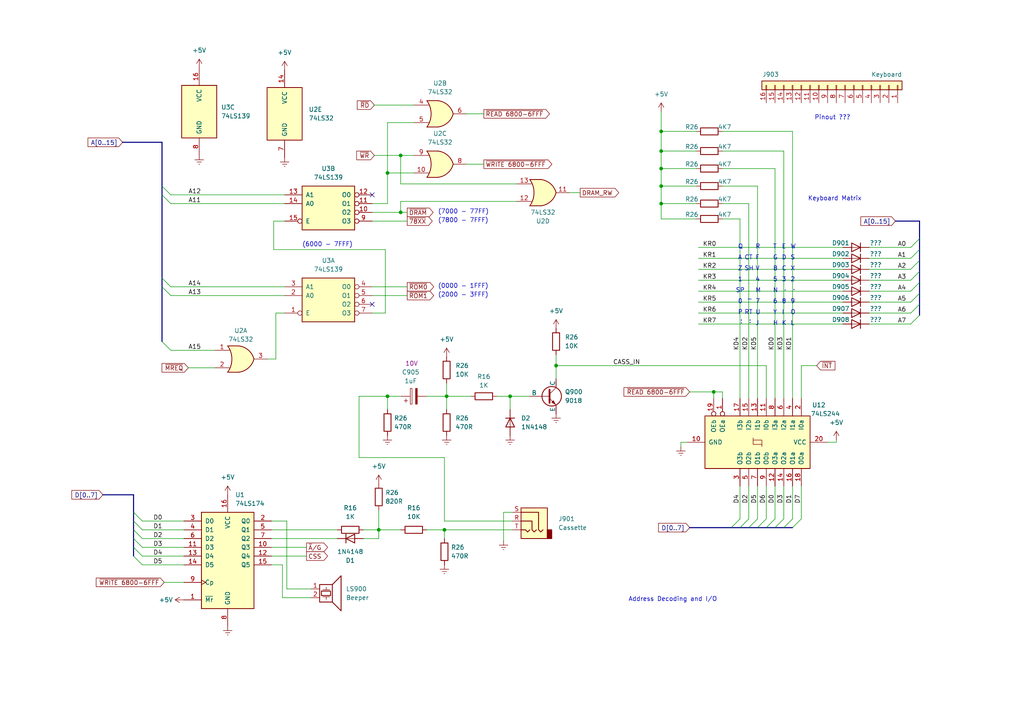
<source format=kicad_sch>
(kicad_sch (version 20230121) (generator eeschema)
  (paper "A4")
  (lib_symbols
    (symbol "74xx:74LS139" (pin_names (offset 1.016))
      (property "Reference" "U" (at -7.62 8.89 0))
      (property "Value" "74LS139" (at -7.62 -8.89 0))
      (symbol "74LS139_1_0"
        (pin input inverted (at -12.7 -5.08 0) (length 5.08) (name "E") (number "1"))
        (pin input line (at -12.7 0 0) (length 5.08) (name "A0") (number "2"))
        (pin input line (at -12.7 2.54 0) (length 5.08) (name "A1") (number "3"))
        (pin output inverted (at 12.7 2.54 180) (length 5.08) (name "O0") (number "4"))
        (pin output inverted (at 12.7 0 180) (length 5.08) (name "O1") (number "5"))
        (pin output inverted (at 12.7 -2.54 180) (length 5.08) (name "O2") (number "6"))
        (pin output inverted (at 12.7 -5.08 180) (length 5.08) (name "O3") (number "7"))
      )
      (symbol "74LS139_2_0"
        (pin output inverted (at 12.7 -2.54 180) (length 5.08) (name "O2") (number "10"))
        (pin output inverted (at 12.7 0 180) (length 5.08) (name "O1") (number "11"))
        (pin output inverted (at 12.7 2.54 180) (length 5.08) (name "O0") (number "12"))
        (pin input line (at -12.7 2.54 0) (length 5.08) (name "A1") (number "13"))
        (pin input line (at -12.7 0 0) (length 5.08) (name "A0") (number "14"))
        (pin input inverted (at -12.7 -5.08 0) (length 5.08) (name "E") (number "15"))
        (pin output inverted (at 12.7 -5.08 180) (length 5.08) (name "O3") (number "9"))
      )
      (symbol "74LS139_3_0"
        (pin power_in line (at 0 12.7 270) (length 5.08) (name "VCC") (number "16"))
        (pin power_in line (at 0 -12.7 90) (length 5.08) (name "GND") (number "8"))
      )
    )
    (symbol "74xx:74LS174" (pin_names (offset 1.016))
      (property "Reference" "U" (at -7.62 13.97 0))
      (property "Value" "74LS174" (at -7.62 -16.51 0))
      (symbol "74LS174_1_0"
        (pin input line (at -12.7 -12.7 0) (length 5.08) (name "~{Mr}") (number "1"))
        (pin output line (at 12.7 2.54 180) (length 5.08) (name "Q3") (number "10"))
        (pin input line (at -12.7 2.54 0) (length 5.08) (name "D3") (number "11"))
        (pin output line (at 12.7 0 180) (length 5.08) (name "Q4") (number "12"))
        (pin input line (at -12.7 0 0) (length 5.08) (name "D4") (number "13"))
        (pin input line (at -12.7 -2.54 0) (length 5.08) (name "D5") (number "14"))
        (pin output line (at 12.7 -2.54 180) (length 5.08) (name "Q5") (number "15"))
        (pin power_in line (at 0 17.78 270) (length 5.08) (name "VCC") (number "16"))
        (pin output line (at 12.7 10.16 180) (length 5.08) (name "Q0") (number "2"))
        (pin input line (at -12.7 10.16 0) (length 5.08) (name "D0") (number "3"))
        (pin input line (at -12.7 7.62 0) (length 5.08) (name "D1") (number "4"))
        (pin output line (at 12.7 7.62 180) (length 5.08) (name "Q1") (number "5"))
        (pin input line (at -12.7 5.08 0) (length 5.08) (name "D2") (number "6"))
        (pin output line (at 12.7 5.08 180) (length 5.08) (name "Q2") (number "7"))
        (pin power_in line (at 0 -20.32 90) (length 5.08) (name "GND") (number "8"))
        (pin input clock (at -12.7 -7.62 0) (length 5.08) (name "Cp") (number "9"))
      )
    )
    (symbol "74xx:74LS244" (pin_names (offset 1.016))
      (property "Reference" "U" (at -7.62 16.51 0))
      (property "Value" "74LS244" (at -7.62 -16.51 0))
      (symbol "74LS244_1_0"
        (pin input inverted (at -12.7 -10.16 0) (length 5.08) (name "OEa") (number "1"))
        (pin power_in line (at 0 -20.32 90) (length 5.08) (name "GND") (number "10"))
        (pin input line (at -12.7 2.54 0) (length 5.08) (name "I0b") (number "11"))
        (pin tri_state line (at 12.7 5.08 180) (length 5.08) (name "O3a") (number "12"))
        (pin input line (at -12.7 0 0) (length 5.08) (name "I1b") (number "13"))
        (pin tri_state line (at 12.7 7.62 180) (length 5.08) (name "O2a") (number "14"))
        (pin input line (at -12.7 -2.54 0) (length 5.08) (name "I2b") (number "15"))
        (pin tri_state line (at 12.7 10.16 180) (length 5.08) (name "O1a") (number "16"))
        (pin input line (at -12.7 -5.08 0) (length 5.08) (name "I3b") (number "17"))
        (pin tri_state line (at 12.7 12.7 180) (length 5.08) (name "O0a") (number "18"))
        (pin input inverted (at -12.7 -12.7 0) (length 5.08) (name "OEb") (number "19"))
        (pin input line (at -12.7 12.7 0) (length 5.08) (name "I0a") (number "2"))
        (pin power_in line (at 0 20.32 270) (length 5.08) (name "VCC") (number "20"))
        (pin tri_state line (at 12.7 -5.08 180) (length 5.08) (name "O3b") (number "3"))
        (pin input line (at -12.7 10.16 0) (length 5.08) (name "I1a") (number "4"))
        (pin tri_state line (at 12.7 -2.54 180) (length 5.08) (name "O2b") (number "5"))
        (pin input line (at -12.7 7.62 0) (length 5.08) (name "I2a") (number "6"))
        (pin tri_state line (at 12.7 0 180) (length 5.08) (name "O1b") (number "7"))
        (pin input line (at -12.7 5.08 0) (length 5.08) (name "I3a") (number "8"))
        (pin tri_state line (at 12.7 2.54 180) (length 5.08) (name "O0b") (number "9"))
      )
    )
    (symbol "74xx:74LS32" (pin_names (offset 1.016))
      (property "Reference" "U" (at 0 1.27 0))
      (property "Value" "74LS32" (at 0 -1.27 0))
      (symbol "74LS32_1_1"
        (pin input line (at -7.62 2.54 0) (length 4.318) (name "~") (number "1"))
        (pin input line (at -7.62 -2.54 0) (length 4.318) (name "~") (number "2"))
        (pin output line (at 7.62 0 180) (length 3.81) (name "~") (number "3"))
      )
      (symbol "74LS32_1_2"
        (pin input inverted (at -7.62 2.54 0) (length 3.81) (name "~") (number "1"))
        (pin input inverted (at -7.62 -2.54 0) (length 3.81) (name "~") (number "2"))
        (pin output inverted (at 7.62 0 180) (length 3.81) (name "~") (number "3"))
      )
      (symbol "74LS32_2_1"
        (pin input line (at -7.62 2.54 0) (length 4.318) (name "~") (number "4"))
        (pin input line (at -7.62 -2.54 0) (length 4.318) (name "~") (number "5"))
        (pin output line (at 7.62 0 180) (length 3.81) (name "~") (number "6"))
      )
      (symbol "74LS32_2_2"
        (pin input inverted (at -7.62 2.54 0) (length 3.81) (name "~") (number "4"))
        (pin input inverted (at -7.62 -2.54 0) (length 3.81) (name "~") (number "5"))
        (pin output inverted (at 7.62 0 180) (length 3.81) (name "~") (number "6"))
      )
      (symbol "74LS32_3_1"
        (pin input line (at -7.62 -2.54 0) (length 4.318) (name "~") (number "10"))
        (pin output line (at 7.62 0 180) (length 3.81) (name "~") (number "8"))
        (pin input line (at -7.62 2.54 0) (length 4.318) (name "~") (number "9"))
      )
      (symbol "74LS32_3_2"
        (pin input inverted (at -7.62 -2.54 0) (length 3.81) (name "~") (number "10"))
        (pin output inverted (at 7.62 0 180) (length 3.81) (name "~") (number "8"))
        (pin input inverted (at -7.62 2.54 0) (length 3.81) (name "~") (number "9"))
      )
      (symbol "74LS32_4_1"
        (pin output line (at 7.62 0 180) (length 3.81) (name "~") (number "11"))
        (pin input line (at -7.62 2.54 0) (length 4.318) (name "~") (number "12"))
        (pin input line (at -7.62 -2.54 0) (length 4.318) (name "~") (number "13"))
      )
      (symbol "74LS32_4_2"
        (pin output inverted (at 7.62 0 180) (length 3.81) (name "~") (number "11"))
        (pin input inverted (at -7.62 2.54 0) (length 3.81) (name "~") (number "12"))
        (pin input inverted (at -7.62 -2.54 0) (length 3.81) (name "~") (number "13"))
      )
      (symbol "74LS32_5_0"
        (pin power_in line (at 0 12.7 270) (length 5.08) (name "VCC") (number "14"))
        (pin power_in line (at 0 -12.7 90) (length 5.08) (name "GND") (number "7"))
      )
    )
    (symbol "Connector_Audio:AudioJack3"
      (property "Reference" "J" (at 0 8.89 0))
      (property "Value" "AudioJack3" (at 0 6.35 0))
      (symbol "AudioJack3_1_1"
        (pin passive line (at 5.08 0 180) (length 2.54) (name "~") (number "R"))
        (pin passive line (at 5.08 2.54 180) (length 2.54) (name "~") (number "S"))
        (pin passive line (at 5.08 -2.54 180) (length 2.54) (name "~") (number "T"))
      )
    )
    (symbol "Connector_Generic:Conn_01x16" (pin_names (offset 1.016) hide)
      (property "Reference" "J" (at 0 20.32 0))
      (property "Value" "Conn_01x16" (at 0 -22.86 0))
      (symbol "Conn_01x16_1_1"
        (pin passive line (at -5.08 17.78 0) (length 3.81) (name "Pin_1") (number "1"))
        (pin passive line (at -5.08 -5.08 0) (length 3.81) (name "Pin_10") (number "10"))
        (pin passive line (at -5.08 -7.62 0) (length 3.81) (name "Pin_11") (number "11"))
        (pin passive line (at -5.08 -10.16 0) (length 3.81) (name "Pin_12") (number "12"))
        (pin passive line (at -5.08 -12.7 0) (length 3.81) (name "Pin_13") (number "13"))
        (pin passive line (at -5.08 -15.24 0) (length 3.81) (name "Pin_14") (number "14"))
        (pin passive line (at -5.08 -17.78 0) (length 3.81) (name "Pin_15") (number "15"))
        (pin passive line (at -5.08 -20.32 0) (length 3.81) (name "Pin_16") (number "16"))
        (pin passive line (at -5.08 15.24 0) (length 3.81) (name "Pin_2") (number "2"))
        (pin passive line (at -5.08 12.7 0) (length 3.81) (name "Pin_3") (number "3"))
        (pin passive line (at -5.08 10.16 0) (length 3.81) (name "Pin_4") (number "4"))
        (pin passive line (at -5.08 7.62 0) (length 3.81) (name "Pin_5") (number "5"))
        (pin passive line (at -5.08 5.08 0) (length 3.81) (name "Pin_6") (number "6"))
        (pin passive line (at -5.08 2.54 0) (length 3.81) (name "Pin_7") (number "7"))
        (pin passive line (at -5.08 0 0) (length 3.81) (name "Pin_8") (number "8"))
        (pin passive line (at -5.08 -2.54 0) (length 3.81) (name "Pin_9") (number "9"))
      )
    )
    (symbol "Device:C_Polarized" (pin_numbers hide) (pin_names (offset 0.254))
      (property "Reference" "C" (at 0.635 2.54 0))
      (property "Value" "C_Polarized" (at 0.635 -2.54 0))
      (symbol "C_Polarized_1_1"
        (pin passive line (at 0 3.81 270) (length 2.794) (name "~") (number "1"))
        (pin passive line (at 0 -3.81 90) (length 2.794) (name "~") (number "2"))
      )
    )
    (symbol "Device:R" (pin_numbers hide) (pin_names (offset 0))
      (property "Reference" "R" (at 2.032 0 90))
      (property "Value" "R" (at 0 0 90))
      (symbol "R_1_1"
        (pin passive line (at 0 3.81 270) (length 1.27) (name "~") (number "1"))
        (pin passive line (at 0 -3.81 90) (length 1.27) (name "~") (number "2"))
      )
    )
    (symbol "Device:Speaker_Crystal" (pin_names (offset 0) hide)
      (property "Reference" "LS" (at 0.635 5.715 0))
      (property "Value" "Speaker_Crystal" (at 0.635 3.81 0))
      (symbol "Speaker_Crystal_1_1"
        (pin input line (at -5.08 0 0) (length 2.54) (name "1") (number "1"))
        (pin input line (at -5.08 -2.54 0) (length 2.54) (name "2") (number "2"))
      )
    )
    (symbol "Diode:1N4148" (pin_numbers hide) (pin_names hide)
      (property "Reference" "D" (at 0 2.54 0))
      (property "Value" "1N4148" (at 0 -2.54 0))
      (symbol "1N4148_1_1"
        (pin passive line (at -3.81 0 0) (length 2.54) (name "K") (number "1"))
        (pin passive line (at 3.81 0 180) (length 2.54) (name "A") (number "2"))
      )
    )
    (symbol "Simulation_SPICE:NPN" (pin_numbers hide) (pin_names (offset 0))
      (property "Reference" "Q" (at -2.54 7.62 0))
      (property "Value" "NPN" (at -2.54 5.08 0))
      (symbol "NPN_1_1"
        (pin open_collector line (at 2.54 5.08 270) (length 2.54) (name "C") (number "1"))
        (pin input line (at -5.08 0 0) (length 2.54) (name "B") (number "2"))
        (pin open_emitter line (at 2.54 -5.08 90) (length 2.54) (name "E") (number "3"))
      )
    )
    (symbol "power:+5V" (power) (pin_names (offset 0))
      (property "Value" "+5V" (at 0 3.556 0))
      (symbol "+5V_1_1"
        (pin power_in line (at 0 0 90) (length 0) hide (name "+5V") (number "1"))
      )
    )
    (symbol "power:Earth" (power) (pin_names (offset 0))
      (symbol "Earth_1_1"
        (pin power_in line (at 0 0 270) (length 0) hide (name "Earth") (number "1"))
      )
    )
  )
  (junction (at 116.205 61.595))
  (junction (at 116.205 45.085))
  (junction (at 147.955 114.935))
  (junction (at 161.29 106.045))
  (junction (at 191.77 38.1))
  (junction (at 191.77 53.975))
  (junction (at 191.77 59.055))
  (junction (at 112.395 50.165))
  (junction (at 129.54 114.935))
  (junction (at 128.905 153.67))
  (junction (at 112.395 114.935))
  (junction (at 191.77 48.895))
  (junction (at 207.01 113.665))
  (junction (at 109.855 153.67))
  (junction (at 191.77 43.815))
  (no_connect (at 107.95 88.265))
  (no_connect (at 107.95 56.515))
  (bus_entry (at 38.735 151.13) (size 2.54 2.54))
  (bus_entry (at 46.99 99.06) (size 2.54 2.54))
  (bus_entry (at 264.16 71.755) (size 2.54 -2.54))
  (bus_entry (at 46.99 53.975) (size 2.54 2.54))
  (bus_entry (at 264.16 87.63) (size 2.54 -2.54))
  (bus_entry (at 264.16 78.105) (size 2.54 -2.54))
  (bus_entry (at 38.735 148.59) (size 2.54 2.54))
  (bus_entry (at 38.735 153.67) (size 2.54 2.54))
  (bus_entry (at 217.17 153.035) (size 2.54 -2.54))
  (bus_entry (at 38.735 161.29) (size 2.54 2.54))
  (bus_entry (at 264.16 84.455) (size 2.54 -2.54))
  (bus_entry (at 264.16 81.28) (size 2.54 -2.54))
  (bus_entry (at 46.99 83.185) (size 2.54 2.54))
  (bus_entry (at 46.99 56.515) (size 2.54 2.54))
  (bus_entry (at 38.735 158.75) (size 2.54 2.54))
  (bus_entry (at 229.87 153.035) (size 2.54 -2.54))
  (bus_entry (at 264.16 74.93) (size 2.54 -2.54))
  (bus_entry (at 224.79 153.035) (size 2.54 -2.54))
  (bus_entry (at 264.16 93.98) (size 2.54 -2.54))
  (bus_entry (at 264.16 90.805) (size 2.54 -2.54))
  (bus_entry (at 38.735 156.21) (size 2.54 2.54))
  (bus_entry (at 46.99 80.645) (size 2.54 2.54))
  (bus_entry (at 214.63 153.035) (size 2.54 -2.54))
  (bus_entry (at 212.09 153.035) (size 2.54 -2.54))
  (bus_entry (at 227.33 153.035) (size 2.54 -2.54))
  (bus_entry (at 219.71 153.035) (size 2.54 -2.54))
  (bus_entry (at 222.25 153.035) (size 2.54 -2.54))
  (wire (pts (xy 232.41 106.045) (xy 236.855 106.045)))
  (wire (pts (xy 47.625 168.91) (xy 53.34 168.91)))
  (wire (pts (xy 112.395 114.935) (xy 112.395 118.745)))
  (wire (pts (xy 191.77 48.895) (xy 191.77 53.975)))
  (wire (pts (xy 191.77 59.055) (xy 201.93 59.055)))
  (wire (pts (xy 219.71 53.975) (xy 219.71 115.57)))
  (wire (pts (xy 148.59 148.59) (xy 146.05 148.59)))
  (bus (pts (xy 217.17 153.035) (xy 219.71 153.035)))
  (wire (pts (xy 107.95 83.185) (xy 118.11 83.185)))
  (wire (pts (xy 191.77 38.1) (xy 191.77 32.385)))
  (wire (pts (xy 199.39 128.27) (xy 197.485 128.27)))
  (wire (pts (xy 209.55 63.5) (xy 214.63 63.5)))
  (wire (pts (xy 78.74 158.75) (xy 88.9 158.75)))
  (wire (pts (xy 148.59 151.13) (xy 128.905 151.13)))
  (wire (pts (xy 104.14 132.715) (xy 104.14 114.935)))
  (wire (pts (xy 109.855 147.955) (xy 109.855 153.67)))
  (bus (pts (xy 38.735 151.13) (xy 38.735 153.67)))
  (bus (pts (xy 46.99 83.185) (xy 46.99 99.06)))
  (bus (pts (xy 266.7 88.265) (xy 266.7 85.09)))
  (wire (pts (xy 129.54 114.935) (xy 129.54 118.745)))
  (wire (pts (xy 232.41 140.97) (xy 232.41 150.495)))
  (wire (pts (xy 252.095 84.455) (xy 264.16 84.455)))
  (wire (pts (xy 209.55 48.895) (xy 224.79 48.895)))
  (wire (pts (xy 202.565 87.63) (xy 244.475 87.63)))
  (wire (pts (xy 165.1 55.88) (xy 168.275 55.88)))
  (wire (pts (xy 227.33 43.815) (xy 227.33 115.57)))
  (wire (pts (xy 135.255 33.02) (xy 140.335 33.02)))
  (wire (pts (xy 107.95 59.055) (xy 112.395 59.055)))
  (wire (pts (xy 112.395 50.165) (xy 112.395 59.055)))
  (wire (pts (xy 240.03 128.27) (xy 242.57 128.27)))
  (wire (pts (xy 123.825 153.67) (xy 128.905 153.67)))
  (wire (pts (xy 112.395 35.56) (xy 112.395 50.165)))
  (bus (pts (xy 46.99 53.975) (xy 46.99 56.515)))
  (wire (pts (xy 112.395 50.165) (xy 120.015 50.165)))
  (wire (pts (xy 41.275 161.29) (xy 53.34 161.29)))
  (wire (pts (xy 229.87 140.97) (xy 229.87 150.495)))
  (wire (pts (xy 191.77 43.815) (xy 191.77 48.895)))
  (wire (pts (xy 79.375 64.135) (xy 82.55 64.135)))
  (wire (pts (xy 191.77 53.975) (xy 201.93 53.975)))
  (wire (pts (xy 105.41 156.21) (xy 109.855 156.21)))
  (wire (pts (xy 78.74 156.21) (xy 97.79 156.21)))
  (wire (pts (xy 116.205 53.34) (xy 116.205 45.085)))
  (wire (pts (xy 232.41 115.57) (xy 232.41 106.045)))
  (bus (pts (xy 266.7 72.39) (xy 266.7 75.565)))
  (wire (pts (xy 214.63 63.5) (xy 214.63 115.57)))
  (bus (pts (xy 224.79 153.035) (xy 227.33 153.035)))
  (wire (pts (xy 80.01 104.14) (xy 77.47 104.14)))
  (wire (pts (xy 128.905 153.67) (xy 128.905 156.21)))
  (bus (pts (xy 46.99 41.275) (xy 46.99 53.975)))
  (bus (pts (xy 214.63 153.035) (xy 217.17 153.035)))
  (bus (pts (xy 266.7 64.135) (xy 266.7 69.215)))
  (bus (pts (xy 266.7 69.215) (xy 266.7 72.39)))
  (wire (pts (xy 191.77 43.815) (xy 201.93 43.815)))
  (wire (pts (xy 197.485 128.27) (xy 197.485 129.54)))
  (wire (pts (xy 78.74 153.67) (xy 97.79 153.67)))
  (bus (pts (xy 266.7 88.265) (xy 266.7 91.44)))
  (wire (pts (xy 49.53 59.055) (xy 82.55 59.055)))
  (wire (pts (xy 111.76 90.805) (xy 111.76 72.39)))
  (wire (pts (xy 146.05 148.59) (xy 146.05 156.845)))
  (wire (pts (xy 128.905 153.67) (xy 148.59 153.67)))
  (wire (pts (xy 116.205 58.42) (xy 116.205 61.595)))
  (wire (pts (xy 191.77 59.055) (xy 191.77 63.5)))
  (bus (pts (xy 38.735 143.51) (xy 29.845 143.51)))
  (wire (pts (xy 202.565 90.805) (xy 244.475 90.805)))
  (wire (pts (xy 252.095 93.98) (xy 264.16 93.98)))
  (wire (pts (xy 112.395 35.56) (xy 120.015 35.56)))
  (wire (pts (xy 227.33 140.97) (xy 227.33 150.495)))
  (wire (pts (xy 224.79 48.895) (xy 224.79 115.57)))
  (bus (pts (xy 222.25 153.035) (xy 224.79 153.035)))
  (wire (pts (xy 252.095 71.755) (xy 264.16 71.755)))
  (wire (pts (xy 78.74 151.13) (xy 83.185 151.13)))
  (bus (pts (xy 38.735 153.67) (xy 38.735 156.21)))
  (bus (pts (xy 38.735 143.51) (xy 38.735 148.59)))
  (bus (pts (xy 38.735 156.21) (xy 38.735 158.75)))
  (wire (pts (xy 79.375 72.39) (xy 79.375 64.135)))
  (wire (pts (xy 135.255 47.625) (xy 140.335 47.625)))
  (wire (pts (xy 161.29 106.045) (xy 161.29 109.855)))
  (wire (pts (xy 82.55 90.805) (xy 80.01 90.805)))
  (wire (pts (xy 81.915 173.355) (xy 90.17 173.355)))
  (wire (pts (xy 104.14 114.935) (xy 112.395 114.935)))
  (wire (pts (xy 202.565 93.98) (xy 244.475 93.98)))
  (bus (pts (xy 266.7 64.135) (xy 259.715 64.135)))
  (wire (pts (xy 161.29 106.045) (xy 222.25 106.045)))
  (wire (pts (xy 116.205 45.085) (xy 120.015 45.085)))
  (wire (pts (xy 209.55 38.1) (xy 229.87 38.1)))
  (wire (pts (xy 41.275 156.21) (xy 53.34 156.21)))
  (wire (pts (xy 83.185 170.815) (xy 90.17 170.815)))
  (wire (pts (xy 108.585 30.48) (xy 120.015 30.48)))
  (bus (pts (xy 35.56 41.275) (xy 46.99 41.275)))
  (bus (pts (xy 212.09 153.035) (xy 214.63 153.035)))
  (wire (pts (xy 252.095 87.63) (xy 264.16 87.63)))
  (bus (pts (xy 38.735 161.29) (xy 38.735 158.75)))
  (wire (pts (xy 217.17 140.97) (xy 217.17 150.495)))
  (bus (pts (xy 46.99 80.645) (xy 46.99 83.185)))
  (wire (pts (xy 83.185 151.13) (xy 83.185 170.815)))
  (wire (pts (xy 202.565 81.28) (xy 244.475 81.28)))
  (wire (pts (xy 224.79 140.97) (xy 224.79 150.495)))
  (wire (pts (xy 147.955 114.935) (xy 153.67 114.935)))
  (wire (pts (xy 222.25 106.045) (xy 222.25 115.57)))
  (wire (pts (xy 41.275 163.83) (xy 53.34 163.83)))
  (wire (pts (xy 229.87 38.1) (xy 229.87 115.57)))
  (wire (pts (xy 252.095 81.28) (xy 264.16 81.28)))
  (wire (pts (xy 116.205 53.34) (xy 149.86 53.34)))
  (wire (pts (xy 202.565 84.455) (xy 244.475 84.455)))
  (bus (pts (xy 46.99 56.515) (xy 46.99 80.645)))
  (wire (pts (xy 109.855 153.67) (xy 116.205 153.67)))
  (wire (pts (xy 109.855 156.21) (xy 109.855 153.67)))
  (wire (pts (xy 214.63 140.97) (xy 214.63 150.495)))
  (wire (pts (xy 209.55 59.055) (xy 217.17 59.055)))
  (wire (pts (xy 107.95 85.725) (xy 118.11 85.725)))
  (wire (pts (xy 49.53 56.515) (xy 82.55 56.515)))
  (wire (pts (xy 209.55 53.975) (xy 219.71 53.975)))
  (wire (pts (xy 112.395 114.935) (xy 116.205 114.935)))
  (wire (pts (xy 49.53 83.185) (xy 82.55 83.185)))
  (wire (pts (xy 116.205 61.595) (xy 118.11 61.595)))
  (wire (pts (xy 108.585 45.085) (xy 116.205 45.085)))
  (wire (pts (xy 41.275 153.67) (xy 53.34 153.67)))
  (wire (pts (xy 41.275 158.75) (xy 53.34 158.75)))
  (wire (pts (xy 161.29 102.87) (xy 161.29 106.045)))
  (wire (pts (xy 252.095 90.805) (xy 264.16 90.805)))
  (wire (pts (xy 209.55 43.815) (xy 227.33 43.815)))
  (wire (pts (xy 128.905 151.13) (xy 128.905 132.715)))
  (wire (pts (xy 207.01 113.665) (xy 207.01 115.57)))
  (wire (pts (xy 107.95 64.135) (xy 118.11 64.135)))
  (wire (pts (xy 123.825 114.935) (xy 129.54 114.935)))
  (wire (pts (xy 49.53 101.6) (xy 62.23 101.6)))
  (wire (pts (xy 200.025 113.665) (xy 207.01 113.665)))
  (wire (pts (xy 149.86 58.42) (xy 116.205 58.42)))
  (bus (pts (xy 219.71 153.035) (xy 222.25 153.035)))
  (wire (pts (xy 219.71 140.97) (xy 219.71 150.495)))
  (wire (pts (xy 128.905 132.715) (xy 104.14 132.715)))
  (wire (pts (xy 201.93 63.5) (xy 191.77 63.5)))
  (bus (pts (xy 200.025 153.035) (xy 212.09 153.035)))
  (wire (pts (xy 129.54 114.935) (xy 136.525 114.935)))
  (wire (pts (xy 41.275 151.13) (xy 53.34 151.13)))
  (wire (pts (xy 78.74 161.29) (xy 88.9 161.29)))
  (wire (pts (xy 144.145 114.935) (xy 147.955 114.935)))
  (wire (pts (xy 202.565 78.105) (xy 244.475 78.105)))
  (wire (pts (xy 201.93 48.895) (xy 191.77 48.895)))
  (bus (pts (xy 266.7 78.74) (xy 266.7 81.915)))
  (bus (pts (xy 266.7 75.565) (xy 266.7 78.74)))
  (wire (pts (xy 105.41 153.67) (xy 109.855 153.67)))
  (wire (pts (xy 202.565 71.755) (xy 244.475 71.755)))
  (wire (pts (xy 107.95 90.805) (xy 111.76 90.805)))
  (bus (pts (xy 227.33 153.035) (xy 229.87 153.035)))
  (wire (pts (xy 129.54 111.125) (xy 129.54 114.935)))
  (wire (pts (xy 107.95 61.595) (xy 116.205 61.595)))
  (wire (pts (xy 54.61 106.68) (xy 62.23 106.68)))
  (wire (pts (xy 191.77 43.815) (xy 191.77 38.1)))
  (wire (pts (xy 202.565 74.93) (xy 244.475 74.93)))
  (wire (pts (xy 222.25 140.97) (xy 222.25 150.495)))
  (wire (pts (xy 78.74 163.83) (xy 81.915 163.83)))
  (wire (pts (xy 191.77 38.1) (xy 201.93 38.1)))
  (wire (pts (xy 209.55 113.665) (xy 209.55 115.57)))
  (wire (pts (xy 111.76 72.39) (xy 79.375 72.39)))
  (wire (pts (xy 49.53 85.725) (xy 82.55 85.725)))
  (wire (pts (xy 80.01 90.805) (xy 80.01 104.14)))
  (wire (pts (xy 252.095 78.105) (xy 264.16 78.105)))
  (wire (pts (xy 191.77 53.975) (xy 191.77 59.055)))
  (bus (pts (xy 266.7 81.915) (xy 266.7 85.09)))
  (bus (pts (xy 38.735 148.59) (xy 38.735 151.13)))
  (wire (pts (xy 217.17 59.055) (xy 217.17 115.57)))
  (wire (pts (xy 252.095 74.93) (xy 264.16 74.93)))
  (wire (pts (xy 242.57 128.27) (xy 242.57 127.635)))
  (wire (pts (xy 81.915 163.83) (xy 81.915 173.355)))
  (wire (pts (xy 207.01 113.665) (xy 209.55 113.665)))
  (wire (pts (xy 147.955 114.935) (xy 147.955 118.745)))
  (text "C" (at 226.695 78.74 0) (effects (font (size 1.27 1.27)) (justify left bottom)))
  (text "I" (at 226.695 91.44 0) (effects (font (size 1.27 1.27)) (justify left bottom)))
  (text ":" (at 217.17 93.98 0) (effects (font (size 1.27 1.27)) (justify left bottom)))
  (text "N" (at 224.155 85.09 0) (effects (font (size 1.27 1.27)) (justify left bottom)))
  (text "G" (at 224.155 75.565 0) (effects (font (size 1.27 1.27)) (justify left bottom)))
  (text "(7800 - 7FFF)" (at 127 64.77 0) (effects (font (size 1.27 1.27)) (justify left bottom)))
  (text "RT" (at 215.9 91.44 0) (effects (font (size 1.27 1.27)) (justify left bottom)))
  (text "K" (at 226.695 94.615 0) (effects (font (size 1.27 1.27)) (justify left bottom)))
  (text "U" (at 219.075 91.44 0) (effects (font (size 1.27 1.27)) (justify left bottom)))
  (text "S" (at 229.235 75.565 0) (effects (font (size 1.27 1.27)) (justify left bottom)))
  (text "H" (at 224.155 94.615 0) (effects (font (size 1.27 1.27)) (justify left bottom)))
  (text "8" (at 226.695 88.265 0) (effects (font (size 1.27 1.27)) (justify left bottom)))
  (text "-" (at 216.535 87.63 0) (effects (font (size 1.27 1.27)) (justify left bottom)))
  (text "(6000 - 7FFF)" (at 87.63 71.755 0) (effects (font (size 1.27 1.27)) (justify left bottom)))
  (text "5" (at 224.155 81.915 0) (effects (font (size 1.27 1.27)) (justify left bottom)))
  (text "6" (at 224.155 88.265 0) (effects (font (size 1.27 1.27)) (justify left bottom)))
  (text "(7000 - 77FF)" (at 127 62.23 0) (effects (font (size 1.27 1.27)) (justify left bottom)))
  (text "Z" (at 213.995 78.74 0) (effects (font (size 1.27 1.27)) (justify left bottom)))
  (text "2" (at 229.235 81.915 0) (effects (font (size 1.27 1.27)) (justify left bottom)))
  (text "CT" (at 215.9 75.565 0) (effects (font (size 1.27 1.27)) (justify left bottom)))
  (text "P" (at 213.995 91.44 0) (effects (font (size 1.27 1.27)) (justify left bottom)))
  (text "O" (at 229.235 91.44 0) (effects (font (size 1.27 1.27)) (justify left bottom)))
  (text "E" (at 226.695 72.39 0) (effects (font (size 1.27 1.27)) (justify left bottom)))
  (text ";" (at 214.63 93.98 0) (effects (font (size 1.27 1.27)) (justify left bottom)))
  (text "Q" (at 213.995 72.39 0) (effects (font (size 1.27 1.27)) (justify left bottom)))
  (text "A" (at 213.995 75.565 0) (effects (font (size 1.27 1.27)) (justify left bottom)))
  (text "Address Decoding and I/O" (at 182.245 174.625 0) (effects (font (size 1.27 1.27)) (justify left bottom)))
  (text "W" (at 229.235 72.39 0) (effects (font (size 1.27 1.27)) (justify left bottom)))
  (text "SH" (at 215.9 78.74 0) (effects (font (size 1.27 1.27)) (justify left bottom)))
  (text "7" (at 219.075 88.265 0) (effects (font (size 1.27 1.27)) (justify left bottom)))
  (text "3" (at 226.695 81.915 0) (effects (font (size 1.27 1.27)) (justify left bottom)))
  (text "J" (at 219.075 94.615 0) (effects (font (size 1.27 1.27)) (justify left bottom)))
  (text "SP" (at 213.36 85.09 0) (effects (font (size 1.27 1.27)) (justify left bottom)))
  (text "0" (at 213.995 88.265 0) (effects (font (size 1.27 1.27)) (justify left bottom)))
  (text "D" (at 226.695 75.565 0) (effects (font (size 1.27 1.27)) (justify left bottom)))
  (text "L" (at 229.235 94.615 0) (effects (font (size 1.27 1.27)) (justify left bottom)))
  (text "Y" (at 224.155 91.44 0) (effects (font (size 1.27 1.27)) (justify left bottom)))
  (text "." (at 229.87 84.455 0) (effects (font (size 1.27 1.27)) (justify left bottom)))
  (text "(0000 - 1FFF)" (at 127 83.82 0) (effects (font (size 1.27 1.27)) (justify left bottom)))
  (text "Keyboard Matrix" (at 234.315 58.42 0) (effects (font (size 1.27 1.27)) (justify left bottom)))
  (text "M" (at 219.075 85.09 0) (effects (font (size 1.27 1.27)) (justify left bottom)))
  (text "V" (at 219.075 78.74 0) (effects (font (size 1.27 1.27)) (justify left bottom)))
  (text "1" (at 213.995 81.915 0) (effects (font (size 1.27 1.27)) (justify left bottom)))
  (text "Pinout ???" (at 236.22 34.925 0) (effects (font (size 1.27 1.27)) (justify left bottom)))
  (text "9" (at 229.235 88.265 0) (effects (font (size 1.27 1.27)) (justify left bottom)))
  (text "F" (at 219.075 75.565 0) (effects (font (size 1.27 1.27)) (justify left bottom)))
  (text "T" (at 224.155 72.39 0) (effects (font (size 1.27 1.27)) (justify left bottom)))
  (text "(2000 - 3FFF)" (at 127 86.36 0) (effects (font (size 1.27 1.27)) (justify left bottom)))
  (text "," (at 227.33 84.455 0) (effects (font (size 1.27 1.27)) (justify left bottom)))
  (text "R" (at 219.075 72.39 0) (effects (font (size 1.27 1.27)) (justify left bottom)))
  (text "X" (at 229.235 78.74 0) (effects (font (size 1.27 1.27)) (justify left bottom)))
  (text "4" (at 219.075 81.915 0) (effects (font (size 1.27 1.27)) (justify left bottom)))
  (text "B" (at 224.155 78.74 0) (effects (font (size 1.27 1.27)) (justify left bottom)))
  (label "D7" (at 232.41 146.05 90))
  (label "D1" (at 229.87 146.05 90))
  (label "D5" (at 44.45 163.83 0))
  (label "D3" (at 227.33 146.05 90))
  (label "D0" (at 44.45 151.13 0))
  (label "KR6" (at 203.835 90.805 0))
  (label "CASS_IN" (at 177.8 106.045 0))
  (label "D5" (at 219.71 146.05 90))
  (label "KR2" (at 203.835 78.105 0))
  (label "D4" (at 214.63 146.05 90))
  (label "KR0" (at 203.835 71.755 0))
  (label "A4" (at 260.35 84.455 0))
  (label "D3" (at 44.45 158.75 0))
  (label "D0" (at 224.79 146.05 90))
  (label "KD4" (at 214.63 101.6 90))
  (label "KD1" (at 229.87 101.6 90))
  (label "A1" (at 260.35 74.93 0))
  (label "A11" (at 54.61 59.055 0))
  (label "D2" (at 217.17 146.05 90))
  (label "KD2" (at 217.17 101.6 90))
  (label "A2" (at 260.35 78.105 0))
  (label "A5" (at 260.35 87.63 0))
  (label "D1" (at 44.45 153.67 0))
  (label "KD5" (at 219.71 101.6 90))
  (label "D2" (at 44.45 156.21 0))
  (label "A12" (at 54.61 56.515 0))
  (label "KR7" (at 203.835 93.98 0))
  (label "A6" (at 260.35 90.805 0))
  (label "KR5" (at 203.835 87.63 0))
  (label "KR3" (at 203.835 81.28 0))
  (label "D6" (at 222.25 146.05 90))
  (label "A14" (at 54.61 83.185 0))
  (label "D4" (at 44.45 161.29 0))
  (label "A15" (at 54.61 101.6 0))
  (label "A13" (at 54.61 85.725 0))
  (label "A0" (at 260.35 71.755 0))
  (label "KR4" (at 203.835 84.455 0))
  (label "KD0" (at 224.79 101.6 90))
  (label "KD3" (at 227.33 101.6 90))
  (label "A7" (at 260.35 93.98 0))
  (label "A3" (at 260.35 81.28 0))
  (label "KR1" (at 203.835 74.93 0))
  (global_label "~{DRAM}" (shape output) (at 118.11 61.595 0) (property "Intersheetrefs" "${INTERSHEET_REFS}" (effects hide)))
  (global_label "A[0..15]" (shape input) (at 259.715 64.135 180) (property "Intersheetrefs" "${INTERSHEET_REFS}" (effects hide)))
  (global_label "~{78XX}" (shape output) (at 118.11 64.135 0) (property "Intersheetrefs" "${INTERSHEET_REFS}" (effects hide)))
  (global_label "D[0..7]" (shape input) (at 29.845 143.51 180) (property "Intersheetrefs" "${INTERSHEET_REFS}" (effects hide)))
  (global_label "~{A}{slash}G" (shape output) (at 88.9 158.75 0) (property "Intersheetrefs" "${INTERSHEET_REFS}" (effects hide)))
  (global_label "~{WRITE 6800-6FFF}" (shape input) (at 47.625 168.91 180) (property "Intersheetrefs" "${INTERSHEET_REFS}" (effects hide)))
  (global_label "~{ROM0}" (shape output) (at 118.11 83.185 0) (property "Intersheetrefs" "${INTERSHEET_REFS}" (effects hide)))
  (global_label "~{READ 6800-6FFF}" (shape input) (at 200.025 113.665 180) (property "Intersheetrefs" "${INTERSHEET_REFS}" (effects hide)))
  (global_label "~{MREQ}" (shape input) (at 54.61 106.68 180) (property "Intersheetrefs" "${INTERSHEET_REFS}" (effects hide)))
  (global_label "~{WRITE 6800-6FFF}" (shape output) (at 140.335 47.625 0) (property "Intersheetrefs" "${INTERSHEET_REFS}" (effects hide)))
  (global_label "~{INT}" (shape input) (at 236.855 106.045 0) (property "Intersheetrefs" "${INTERSHEET_REFS}" (effects hide)))
  (global_label "A[0..15]" (shape input) (at 35.56 41.275 180) (property "Intersheetrefs" "${INTERSHEET_REFS}" (effects hide)))
  (global_label "~{ROM1}" (shape output) (at 118.11 85.725 0) (property "Intersheetrefs" "${INTERSHEET_REFS}" (effects hide)))
  (global_label "D[0..7]" (shape input) (at 200.025 153.035 180) (property "Intersheetrefs" "${INTERSHEET_REFS}" (effects hide)))
  (global_label "~{READ 6800-6FFF}" (shape output) (at 140.335 33.02 0) (property "Intersheetrefs" "${INTERSHEET_REFS}" (effects hide)))
  (global_label "CSS" (shape output) (at 88.9 161.29 0) (property "Intersheetrefs" "${INTERSHEET_REFS}" (effects hide)))
  (global_label "~{RD}" (shape input) (at 108.585 30.48 180) (property "Intersheetrefs" "${INTERSHEET_REFS}" (effects hide)))
  (global_label "DRAM_RW" (shape output) (at 168.275 55.88 0) (property "Intersheetrefs" "${INTERSHEET_REFS}" (effects hide)))
  (global_label "~{WR}" (shape input) (at 108.585 45.085 180) (property "Intersheetrefs" "${INTERSHEET_REFS}" (effects hide)))
  (symbol (lib_id "power:+5V") (at 191.77 32.385 0) (unit 1)
    (property "Reference" "#PWR033" (effects hide))
    (property "Value" "+5V" (at 191.77 27.305 0))
  )
  (symbol (lib_id "Device:R") (at 205.74 48.895 90) (unit 1)
    (property "Reference" "R26" (at 200.66 47.625 90))
    (property "Value" "4K7" (at 210.185 47.625 90))
    (property "Footprint" "Resistor_THT:R_Axial_DIN0207_L6.3mm_D2.5mm_P7.62mm_Horizontal" (effects hide))
    (instances (project "VZ200" (path "" (reference "R26") (unit 1)) (path "" (reference "R8") (unit 1))))
  )
  (symbol (lib_id "74xx:74LS32") (at 69.85 104.14 0) (unit 1)
    (property "Reference" "U2" (at 69.85 95.885 0))
    (property "Value" "74LS32" (at 69.85 98.425 0))
    (property "Footprint" "Package_DIP:DIP-14_W7.62mm" (effects hide))
    (property "Datasheet" "http://www.ti.com/lit/gpn/sn74LS32" (effects hide))
  )
  (symbol (lib_id "Diode:1N4148") (at 248.285 81.28 180) (unit 1)
    (property "Reference" "D904" (at 243.84 80.01 0))
    (property "Value" "???" (at 254 80.01 0))
    (property "Footprint" "Diode_THT:D_DO-35_SOD27_P7.62mm_Horizontal" (effects hide))
    (property "Datasheet" "https://assets.nexperia.com/documents/data-sheet/1N4148_1N4448.pdf" (effects hide))
    (property "Sim.Device" "D" (effects hide))
    (property "Sim.Pins" "1=K 2=A" (effects hide))
  )
  (symbol (lib_id "74xx:74LS32") (at 82.55 33.02 0) (unit 5)
    (property "Reference" "U2" (at 89.535 31.75 0) (effects (justify left)))
    (property "Value" "74LS32" (at 89.535 34.29 0) (effects (justify left)))
    (property "Footprint" "Package_DIP:DIP-14_W7.62mm" (effects hide))
    (property "Datasheet" "http://www.ti.com/lit/gpn/sn74LS32" (effects hide))
  )
  (symbol (lib_id "74xx:74LS244") (at 219.71 128.27 270) (unit 1)
    (property "Reference" "U12" (at 237.49 117.475 90))
    (property "Value" "74LS244" (at 239.395 120.015 90))
    (property "Footprint" "Package_DIP:DIP-20_W7.62mm" (effects hide))
    (property "Datasheet" "http://www.ti.com/lit/ds/symlink/sn74ls244.pdf" (effects hide))
  )
  (symbol (lib_id "Device:Speaker_Crystal") (at 95.25 170.815 0) (unit 1)
    (property "Reference" "LS900" (at 100.33 170.815 0) (effects (justify left)))
    (property "Value" "Beeper" (at 100.33 173.355 0) (effects (justify left)))
  )
  (symbol (lib_id "Connector_Generic:Conn_01x16") (at 242.57 24.765 270) (mirror x) (unit 1)
    (property "Reference" "J903" (at 223.52 21.59 90))
    (property "Value" "Keyboard" (at 257.175 21.59 90))
    (property "Footprint" "Connector_PinHeader_2.54mm:PinHeader_1x16_P2.54mm_Vertical" (effects hide))
  )
  (symbol (lib_id "74xx:74LS139") (at 95.25 59.055 0) (unit 2)
    (property "Reference" "U3" (at 95.25 48.895 0))
    (property "Value" "74LS139" (at 95.25 51.435 0))
    (property "Footprint" "Package_DIP:DIP-16_W7.62mm" (effects hide))
    (property "Datasheet" "http://www.ti.com/lit/ds/symlink/sn74ls139a.pdf" (effects hide))
  )
  (symbol (lib_id "power:Earth") (at 147.955 126.365 0) (unit 1)
    (property "Reference" "#PWR043" (effects hide))
    (property "Value" "Earth" (effects hide))
  )
  (symbol (lib_id "Simulation_SPICE:NPN") (at 158.75 114.935 0) (unit 1)
    (property "Reference" "Q900" (at 163.83 113.665 0) (effects (justify left)))
    (property "Value" "9018" (at 163.83 116.205 0) (effects (justify left)))
    (property "Footprint" "Package_TO_SOT_THT:TO-92_Inline_Wide" (effects hide))
    (property "Sim.Device" "NPN" (effects hide))
    (property "Sim.Type" "GUMMELPOON" (effects hide))
    (property "Sim.Pins" "1=C 2=B 3=E" (effects hide))
  )
  (symbol (lib_id "Device:C_Polarized") (at 120.015 114.935 90) (unit 1)
    (property "Reference" "C905" (at 119.126 107.95 90))
    (property "Value" "1uF" (at 119.126 110.49 90))
    (property "Rating" "10V" (at 119.38 105.41 90))
  )
  (symbol (lib_id "power:Earth") (at 128.905 163.83 0) (unit 1)
    (property "Reference" "#PWR038" (effects hide))
    (property "Value" "Earth" (effects hide))
  )
  (symbol (lib_id "power:Earth") (at 112.395 126.365 0) (unit 1)
    (property "Reference" "#PWR040" (effects hide))
    (property "Value" "Earth" (effects hide))
  )
  (symbol (lib_id "Device:R") (at 120.015 153.67 90) (unit 1)
    (property "Reference" "R16" (at 120.015 147.32 90))
    (property "Value" "10K" (at 120.015 149.86 90))
    (property "Footprint" "Resistor_THT:R_Axial_DIN0207_L6.3mm_D2.5mm_P7.62mm_Horizontal" (effects hide))
    (instances (project "VZ200" (path "" (reference "R16") (unit 1)) (path "" (reference "R901") (unit 1))))
  )
  (symbol (lib_id "Diode:1N4148") (at 248.285 93.98 180) (unit 1)
    (property "Reference" "D908" (at 243.84 92.71 0))
    (property "Value" "???" (at 254 92.71 0))
    (property "Footprint" "Diode_THT:D_DO-35_SOD27_P7.62mm_Horizontal" (effects hide))
    (property "Datasheet" "https://assets.nexperia.com/documents/data-sheet/1N4148_1N4448.pdf" (effects hide))
    (property "Sim.Device" "D" (effects hide))
    (property "Sim.Pins" "1=K 2=A" (effects hide))
  )
  (symbol (lib_id "power:+5V") (at 161.29 95.25 0) (unit 1)
    (property "Reference" "#PWR045" (effects hide))
    (property "Value" "+5V" (at 161.29 90.17 0))
  )
  (symbol (lib_id "Diode:1N4148") (at 101.6 156.21 0) (mirror x) (unit 1)
    (property "Reference" "D1" (at 101.6 162.56 0))
    (property "Value" "1N4148" (at 101.6 160.02 0))
    (property "Footprint" "Diode_THT:D_DO-35_SOD27_P7.62mm_Horizontal" (effects hide))
    (property "Datasheet" "https://assets.nexperia.com/documents/data-sheet/1N4148_1N4448.pdf" (effects hide))
    (property "Sim.Device" "D" (effects hide))
    (property "Sim.Pins" "1=K 2=A" (effects hide))
  )
  (symbol (lib_id "power:+5V") (at 66.04 143.51 0) (unit 1)
    (property "Reference" "#PWR034" (effects hide))
    (property "Value" "+5V" (at 66.04 138.43 0))
  )
  (symbol (lib_id "Diode:1N4148") (at 248.285 84.455 180) (unit 1)
    (property "Reference" "D905" (at 243.84 83.185 0))
    (property "Value" "???" (at 254 83.185 0))
    (property "Footprint" "Diode_THT:D_DO-35_SOD27_P7.62mm_Horizontal" (effects hide))
    (property "Datasheet" "https://assets.nexperia.com/documents/data-sheet/1N4148_1N4448.pdf" (effects hide))
    (property "Sim.Device" "D" (effects hide))
    (property "Sim.Pins" "1=K 2=A" (effects hide))
  )
  (symbol (lib_id "Diode:1N4148") (at 248.285 71.755 180) (unit 1)
    (property "Reference" "D901" (at 243.84 70.485 0))
    (property "Value" "???" (at 254 70.485 0))
    (property "Footprint" "Diode_THT:D_DO-35_SOD27_P7.62mm_Horizontal" (effects hide))
    (property "Datasheet" "https://assets.nexperia.com/documents/data-sheet/1N4148_1N4448.pdf" (effects hide))
    (property "Sim.Device" "D" (effects hide))
    (property "Sim.Pins" "1=K 2=A" (effects hide))
  )
  (symbol (lib_id "power:Earth") (at 197.485 129.54 0) (unit 1)
    (property "Reference" "#PWR031" (effects hide))
    (property "Value" "Earth" (effects hide))
  )
  (symbol (lib_id "Device:R") (at 112.395 122.555 0) (unit 1)
    (property "Reference" "R26" (at 114.3 121.285 0) (effects (justify left)))
    (property "Value" "470R" (at 114.3 123.825 0) (effects (justify left)))
    (property "Footprint" "Resistor_THT:R_Axial_DIN0207_L6.3mm_D2.5mm_P7.62mm_Horizontal" (effects hide))
    (instances (project "VZ200" (path "" (reference "R26") (unit 1)) (path "" (reference "R952") (unit 1))))
  )
  (symbol (lib_id "Device:R") (at 205.74 63.5 90) (unit 1)
    (property "Reference" "R26" (at 200.66 62.23 90))
    (property "Value" "4K7" (at 210.185 62.23 90))
    (property "Footprint" "Resistor_THT:R_Axial_DIN0207_L6.3mm_D2.5mm_P7.62mm_Horizontal" (effects hide))
    (instances (project "VZ200" (path "" (reference "R26") (unit 1)) (path "" (reference "R13") (unit 1))))
  )
  (symbol (lib_id "74xx:74LS32") (at 157.48 55.88 0) (mirror x) (unit 4)
    (property "Reference" "U2" (at 157.48 64.135 0))
    (property "Value" "74LS32" (at 157.48 61.595 0))
    (property "Footprint" "Package_DIP:DIP-14_W7.62mm" (effects hide))
    (property "Datasheet" "http://www.ti.com/lit/gpn/sn74LS32" (effects hide))
  )
  (symbol (lib_id "Diode:1N4148") (at 248.285 74.93 180) (unit 1)
    (property "Reference" "D902" (at 243.84 73.66 0))
    (property "Value" "???" (at 254 73.66 0))
    (property "Footprint" "Diode_THT:D_DO-35_SOD27_P7.62mm_Horizontal" (effects hide))
    (property "Datasheet" "https://assets.nexperia.com/documents/data-sheet/1N4148_1N4448.pdf" (effects hide))
    (property "Sim.Device" "D" (effects hide))
    (property "Sim.Pins" "1=K 2=A" (effects hide))
  )
  (symbol (lib_id "power:+5V") (at 57.785 19.685 0) (unit 1)
    (property "Reference" "#PWR029" (effects hide))
    (property "Value" "+5V" (at 57.785 14.605 0))
  )
  (symbol (lib_id "power:+5V") (at 242.57 127.635 0) (unit 1)
    (property "Reference" "#PWR032" (effects hide))
    (property "Value" "+5V" (at 242.57 122.555 0))
  )
  (symbol (lib_id "power:+5V") (at 53.34 173.99 90) (unit 1)
    (property "Reference" "#PWR035" (effects hide))
    (property "Value" "+5V" (at 50.165 173.99 90) (effects (justify left)))
  )
  (symbol (lib_id "Device:R") (at 101.6 153.67 90) (unit 1)
    (property "Reference" "R16" (at 101.6 147.32 90))
    (property "Value" "1K" (at 101.6 149.86 90))
    (property "Footprint" "Resistor_THT:R_Axial_DIN0207_L6.3mm_D2.5mm_P7.62mm_Horizontal" (effects hide))
    (instances (project "VZ200" (path "" (reference "R16") (unit 1)) (path "" (reference "R900") (unit 1))))
  )
  (symbol (lib_id "Device:R") (at 205.74 38.1 90) (unit 1)
    (property "Reference" "R26" (at 200.66 36.83 90))
    (property "Value" "4K7" (at 210.185 36.83 90))
    (property "Footprint" "Resistor_THT:R_Axial_DIN0207_L6.3mm_D2.5mm_P7.62mm_Horizontal" (effects hide))
    (instances (project "VZ200" (path "" (reference "R26") (unit 1)) (path "" (reference "R11") (unit 1))))
  )
  (symbol (lib_id "power:Earth") (at 161.29 120.015 0) (unit 1)
    (property "Reference" "#PWR044" (effects hide))
    (property "Value" "Earth" (effects hide))
  )
  (symbol (lib_id "power:Earth") (at 66.04 181.61 0) (unit 1)
    (property "Reference" "#PWR036" (effects hide))
    (property "Value" "Earth" (effects hide))
  )
  (symbol (lib_id "Device:R") (at 129.54 107.315 0) (unit 1)
    (property "Reference" "R26" (at 132.08 106.045 0) (effects (justify left)))
    (property "Value" "10K" (at 132.08 108.585 0) (effects (justify left)))
    (property "Footprint" "Resistor_THT:R_Axial_DIN0207_L6.3mm_D2.5mm_P7.62mm_Horizontal" (effects hide))
    (instances (project "VZ200" (path "" (reference "R26") (unit 1)) (path "" (reference "R905") (unit 1))))
  )
  (symbol (lib_id "Device:R") (at 140.335 114.935 90) (unit 1)
    (property "Reference" "R16" (at 140.335 109.22 90))
    (property "Value" "1K" (at 140.335 111.76 90))
    (property "Footprint" "Resistor_THT:R_Axial_DIN0207_L6.3mm_D2.5mm_P7.62mm_Horizontal" (effects hide))
    (instances (project "VZ200" (path "" (reference "R16") (unit 1)) (path "" (reference "R906") (unit 1))))
  )
  (symbol (lib_id "power:Earth") (at 129.54 126.365 0) (unit 1)
    (property "Reference" "#PWR041" (effects hide))
    (property "Value" "Earth" (effects hide))
  )
  (symbol (lib_id "74xx:74LS32") (at 127.635 33.02 0) (unit 2)
    (property "Reference" "U2" (at 127.635 24.13 0))
    (property "Value" "74LS32" (at 127.635 26.67 0))
    (property "Footprint" "Package_DIP:DIP-14_W7.62mm" (effects hide))
    (property "Datasheet" "http://www.ti.com/lit/gpn/sn74LS32" (effects hide))
  )
  (symbol (lib_id "Diode:1N4148") (at 248.285 87.63 180) (unit 1)
    (property "Reference" "D906" (at 243.84 86.36 0))
    (property "Value" "???" (at 254 86.36 0))
    (property "Footprint" "Diode_THT:D_DO-35_SOD27_P7.62mm_Horizontal" (effects hide))
    (property "Datasheet" "https://assets.nexperia.com/documents/data-sheet/1N4148_1N4448.pdf" (effects hide))
    (property "Sim.Device" "D" (effects hide))
    (property "Sim.Pins" "1=K 2=A" (effects hide))
  )
  (symbol (lib_id "Device:R") (at 129.54 122.555 0) (unit 1)
    (property "Reference" "R26" (at 132.08 121.285 0) (effects (justify left)))
    (property "Value" "470R" (at 132.08 123.825 0) (effects (justify left)))
    (property "Footprint" "Resistor_THT:R_Axial_DIN0207_L6.3mm_D2.5mm_P7.62mm_Horizontal" (effects hide))
    (instances (project "VZ200" (path "" (reference "R26") (unit 1)) (path "" (reference "R904") (unit 1))))
  )
  (symbol (lib_id "power:Earth") (at 82.55 45.72 0) (unit 1)
    (property "Reference" "#PWR028" (effects hide))
    (property "Value" "Earth" (effects hide))
  )
  (symbol (lib_id "Diode:1N4148") (at 147.955 122.555 270) (unit 1)
    (property "Reference" "D2" (at 151.13 121.285 90) (effects (justify left)))
    (property "Value" "1N4148" (at 151.13 123.825 90) (effects (justify left)))
    (property "Footprint" "Diode_THT:D_DO-35_SOD27_P7.62mm_Horizontal" (effects hide))
    (property "Datasheet" "https://assets.nexperia.com/documents/data-sheet/1N4148_1N4448.pdf" (effects hide))
    (property "Sim.Device" "D" (effects hide))
    (property "Sim.Pins" "1=K 2=A" (effects hide))
  )
  (symbol (lib_id "Device:R") (at 205.74 59.055 90) (unit 1)
    (property "Reference" "R26" (at 200.66 57.785 90))
    (property "Value" "4K7" (at 210.185 57.785 90))
    (property "Footprint" "Resistor_THT:R_Axial_DIN0207_L6.3mm_D2.5mm_P7.62mm_Horizontal" (effects hide))
    (instances (project "VZ200" (path "" (reference "R26") (unit 1)) (path "" (reference "R12") (unit 1))))
  )
  (symbol (lib_id "power:+5V") (at 82.55 20.32 0) (unit 1)
    (property "Reference" "#PWR030" (effects hide))
    (property "Value" "+5V" (at 82.55 15.24 0))
  )
  (symbol (lib_id "74xx:74LS139") (at 95.25 85.725 0) (unit 1)
    (property "Reference" "U3" (at 95.25 75.565 0))
    (property "Value" "74LS139" (at 95.25 78.105 0))
    (property "Footprint" "Package_DIP:DIP-16_W7.62mm" (effects hide))
    (property "Datasheet" "http://www.ti.com/lit/ds/symlink/sn74ls139a.pdf" (effects hide))
  )
  (symbol (lib_id "Diode:1N4148") (at 248.285 78.105 180) (unit 1)
    (property "Reference" "D903" (at 243.84 76.835 0))
    (property "Value" "???" (at 254 76.835 0))
    (property "Footprint" "Diode_THT:D_DO-35_SOD27_P7.62mm_Horizontal" (effects hide))
    (property "Datasheet" "https://assets.nexperia.com/documents/data-sheet/1N4148_1N4448.pdf" (effects hide))
    (property "Sim.Device" "D" (effects hide))
    (property "Sim.Pins" "1=K 2=A" (effects hide))
  )
  (symbol (lib_id "74xx:74LS174") (at 66.04 161.29 0) (unit 1)
    (property "Reference" "U1" (at 68.2341 143.51 0) (effects (justify left)))
    (property "Value" "74LS174" (at 68.2341 146.05 0) (effects (justify left)))
    (property "Footprint" "Package_DIP:DIP-16_W7.62mm" (effects hide))
    (property "Datasheet" "http://www.ti.com/lit/gpn/sn74LS174" (effects hide))
  )
  (symbol (lib_id "74xx:74LS32") (at 127.635 47.625 0) (unit 3)
    (property "Reference" "U2" (at 127.635 38.735 0))
    (property "Value" "74LS32" (at 127.635 41.275 0))
    (property "Footprint" "Package_DIP:DIP-14_W7.62mm" (effects hide))
    (property "Datasheet" "http://www.ti.com/lit/gpn/sn74LS32" (effects hide))
  )
  (symbol (lib_id "power:+5V") (at 129.54 103.505 0) (unit 1)
    (property "Reference" "#PWR042" (effects hide))
    (property "Value" "+5V" (at 129.54 98.425 0))
  )
  (symbol (lib_id "Device:R") (at 205.74 43.815 90) (unit 1)
    (property "Reference" "R26" (at 200.66 42.545 90))
    (property "Value" "4K7" (at 210.185 42.545 90))
    (property "Footprint" "Resistor_THT:R_Axial_DIN0207_L6.3mm_D2.5mm_P7.62mm_Horizontal" (effects hide))
    (instances (project "VZ200" (path "" (reference "R26") (unit 1)) (path "" (reference "R10") (unit 1))))
  )
  (symbol (lib_id "power:Earth") (at 146.05 156.845 0) (unit 1)
    (property "Reference" "#PWR039" (effects hide))
    (property "Value" "Earth" (effects hide))
  )
  (symbol (lib_id "Device:R") (at 161.29 99.06 0) (unit 1)
    (property "Reference" "R26" (at 163.83 97.79 0) (effects (justify left)))
    (property "Value" "10K" (at 163.83 100.33 0) (effects (justify left)))
    (property "Footprint" "Resistor_THT:R_Axial_DIN0207_L6.3mm_D2.5mm_P7.62mm_Horizontal" (effects hide))
    (instances (project "VZ200" (path "" (reference "R26") (unit 1)) (path "" (reference "R907") (unit 1))))
  )
  (symbol (lib_id "power:+5V") (at 109.855 140.335 0) (unit 1)
    (property "Reference" "#PWR037" (effects hide))
    (property "Value" "+5V" (at 109.855 135.255 0))
  )
  (symbol (lib_id "power:Earth") (at 57.785 45.085 0) (unit 1)
    (property "Reference" "#PWR027" (effects hide))
    (property "Value" "Earth" (effects hide))
  )
  (symbol (lib_id "Connector_Audio:AudioJack3") (at 153.67 151.13 0) (mirror y) (unit 1)
    (property "Reference" "J901" (at 161.925 150.495 0) (effects (justify right)))
    (property "Value" "Cassette" (at 161.925 153.035 0) (effects (justify right)))
  )
  (symbol (lib_id "Diode:1N4148") (at 248.285 90.805 180) (unit 1)
    (property "Reference" "D907" (at 243.84 89.535 0))
    (property "Value" "???" (at 254 89.535 0))
    (property "Footprint" "Diode_THT:D_DO-35_SOD27_P7.62mm_Horizontal" (effects hide))
    (property "Datasheet" "https://assets.nexperia.com/documents/data-sheet/1N4148_1N4448.pdf" (effects hide))
    (property "Sim.Device" "D" (effects hide))
    (property "Sim.Pins" "1=K 2=A" (effects hide))
  )
  (symbol (lib_id "74xx:74LS139") (at 57.785 32.385 0) (unit 3)
    (property "Reference" "U3" (at 64.135 31.115 0) (effects (justify left)))
    (property "Value" "74LS139" (at 64.135 33.655 0) (effects (justify left)))
    (property "Footprint" "Package_DIP:DIP-16_W7.62mm" (effects hide))
    (property "Datasheet" "http://www.ti.com/lit/ds/symlink/sn74ls139a.pdf" (effects hide))
  )
  (symbol (lib_id "Device:R") (at 109.855 144.145 0) (unit 1)
    (property "Reference" "R26" (at 111.76 142.875 0) (effects (justify left)))
    (property "Value" "820R" (at 111.76 145.415 0) (effects (justify left)))
    (property "Footprint" "Resistor_THT:R_Axial_DIN0207_L6.3mm_D2.5mm_P7.62mm_Horizontal" (effects hide))
    (instances (project "VZ200" (path "" (reference "R26") (unit 1)) (path "" (reference "R902") (unit 1))))
  )
  (symbol (lib_id "Device:R") (at 128.905 160.02 0) (unit 1)
    (property "Reference" "R26" (at 130.81 158.75 0) (effects (justify left)))
    (property "Value" "470R" (at 130.81 161.29 0) (effects (justify left)))
    (property "Footprint" "Resistor_THT:R_Axial_DIN0207_L6.3mm_D2.5mm_P7.62mm_Horizontal" (effects hide))
    (instances (project "VZ200" (path "" (reference "R26") (unit 1)) (path "" (reference "R903") (unit 1))))
  )
  (symbol (lib_id "Device:R") (at 205.74 53.975 90) (unit 1)
    (property "Reference" "R26" (at 200.66 52.705 90))
    (property "Value" "4K7" (at 210.185 52.705 90))
    (property "Footprint" "Resistor_THT:R_Axial_DIN0207_L6.3mm_D2.5mm_P7.62mm_Horizontal" (effects hide))
    (instances (project "VZ200" (path "" (reference "R26") (unit 1)) (path "" (reference "R9") (unit 1))))
  )
)
</source>
